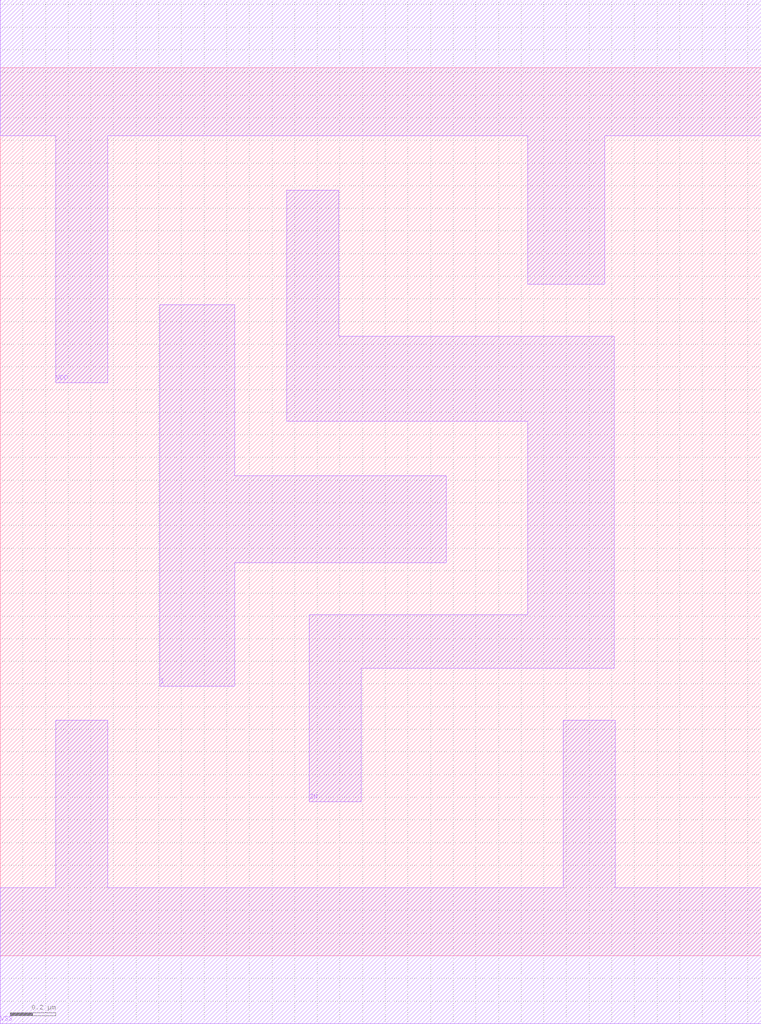
<source format=lef>
# Copyright 2022 GlobalFoundries PDK Authors
#
# Licensed under the Apache License, Version 2.0 (the "License");
# you may not use this file except in compliance with the License.
# You may obtain a copy of the License at
#
#      http://www.apache.org/licenses/LICENSE-2.0
#
# Unless required by applicable law or agreed to in writing, software
# distributed under the License is distributed on an "AS IS" BASIS,
# WITHOUT WARRANTIES OR CONDITIONS OF ANY KIND, either express or implied.
# See the License for the specific language governing permissions and
# limitations under the License.

MACRO gf180mcu_fd_sc_mcu7t5v0__clkinv_2
  CLASS core ;
  FOREIGN gf180mcu_fd_sc_mcu7t5v0__clkinv_2 0.0 0.0 ;
  ORIGIN 0 0 ;
  SYMMETRY X Y ;
  SITE GF018hv5v_mcu_sc7 ;
  SIZE 3.36 BY 3.92 ;
  PIN I
    DIRECTION INPUT ;
    ANTENNAGATEAREA 1.796 ;
    PORT
      LAYER Metal1 ;
        POLYGON 0.705 1.19 1.035 1.19 1.035 1.735 1.97 1.735 1.97 2.12 1.035 2.12 1.035 2.875 0.705 2.875  ;
    END
  END I
  PIN ZN
    DIRECTION OUTPUT ;
    ANTENNADIFFAREA 1.006 ;
    PORT
      LAYER Metal1 ;
        POLYGON 1.265 2.36 2.33 2.36 2.33 1.505 1.365 1.505 1.365 0.68 1.595 0.68 1.595 1.27 2.71 1.27 2.71 2.735 1.495 2.735 1.495 3.38 1.265 3.38  ;
    END
  END ZN
  PIN VDD
    DIRECTION INOUT ;
    USE power ;
    SHAPE ABUTMENT ;
    PORT
      LAYER Metal1 ;
        POLYGON 0 3.62 0.245 3.62 0.245 2.53 0.475 2.53 0.475 3.62 2.33 3.62 2.33 2.965 2.67 2.965 2.67 3.62 3.36 3.62 3.36 4.22 0 4.22  ;
    END
  END VDD
  PIN VSS
    DIRECTION INOUT ;
    USE ground ;
    SHAPE ABUTMENT ;
    PORT
      LAYER Metal1 ;
        POLYGON 0 -0.3 3.36 -0.3 3.36 0.3 2.715 0.3 2.715 1.04 2.485 1.04 2.485 0.3 0.475 0.3 0.475 1.04 0.245 1.04 0.245 0.3 0 0.3  ;
    END
  END VSS
END gf180mcu_fd_sc_mcu7t5v0__clkinv_2

</source>
